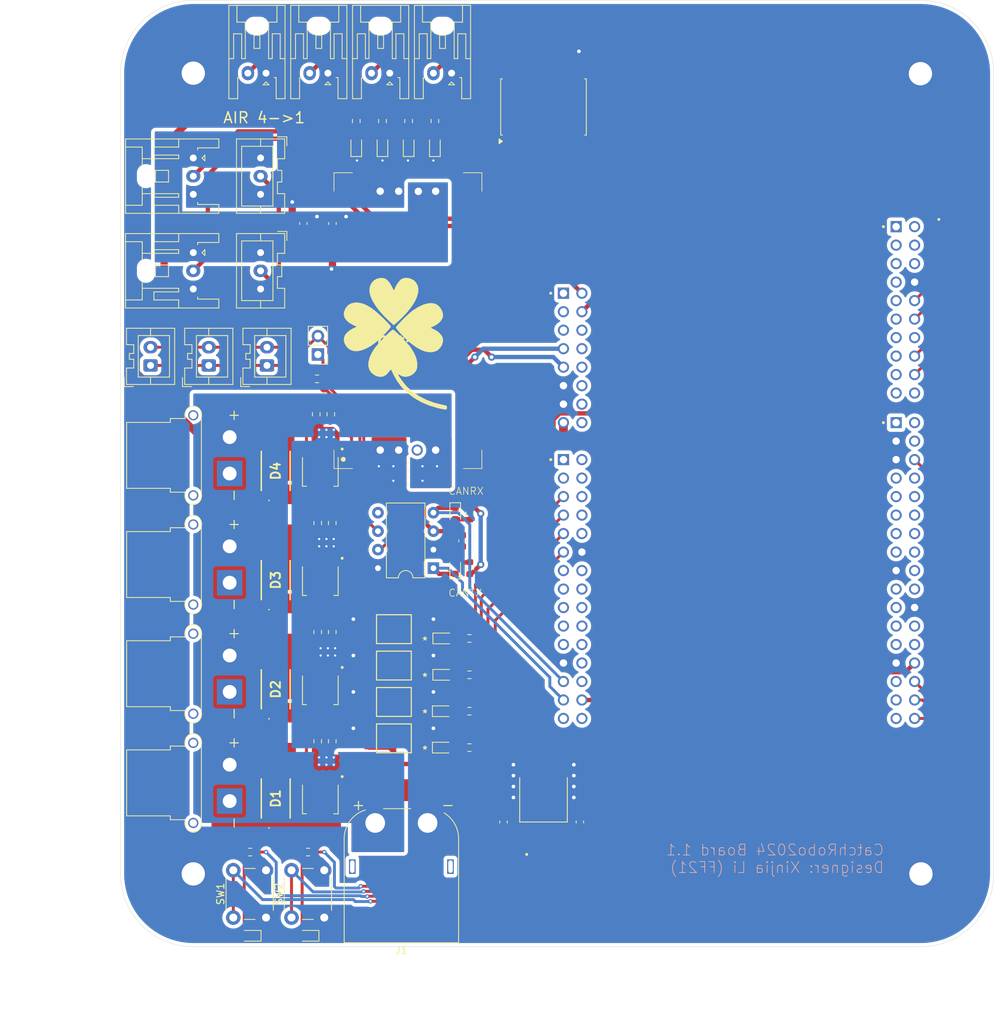
<source format=kicad_pcb>
(kicad_pcb (version 20240108) (generator "pcbnew") (generator_version "8.0")
  (title_block (title "Nucleo F767 Base Board") (date "2024-07-25") (rev "v1.0"))
  (layers (0 "F.Cu" signal) (31 "B.Cu" signal) (34 "B.Paste" user) (35 "F.Paste" user) (36 "B.SilkS" user "B.Silkscreen") (37 "F.SilkS" user "F.Silkscreen") (38 "B.Mask" user) (39 "F.Mask" user) (44 "Edge.Cuts" user))
  (net 0 "")
  (net 1 "GND")
  (net 24 "+9V")
  (net 69 "VDD")
  (net 70 "+5V")
  (net 71 "MOS_IN1")
  (net 72 "MOS_IN2")
  (net 73 "MOS_IN3")
  (net 74 "CANTX")
  (net 75 "CANRX")
  (net 76 "Net-(Q1-G)")
  (net 77 "Net-(Q2-G)")
  (net 78 "Net-(Q3-G)")
  (net 79 "Net-(Q4-G)")
  (net 80 "AIRIN4")
  (net 81 "CANH")
  (net 82 "AIROUT3")
  (net 84 "AIRIN2")
  (net 85 "AIRIN3")
  (net 86 "CANL")
  (net 87 "AIRIN1")
  (net 88 "AIROUT1")
  (net 90 "AIROUT2")
  (net 93 "+5VP")
  (net 94 "Net-(D1-A)")
  (net 95 "Net-(D2-A)")
  (net 96 "Net-(D3-A)")
  (net 97 "Net-(D4-A)")
  (net 98 "AIROUT4")
  (net 99 "PWM1")
  (net 105 "Net-(D7-A)")
  (net 106 "Net-(D8-A)")
  (net 108 "Net-(D5-A)")
  (net 109 "Net-(D6-A)")
  (net 110 "MOS_IN4")
  (net 111 "LED1")
  (net 112 "LED2")
  (net 113 "SW1")
  (net 114 "SW2")
  (net 115 "Net-(D9-A)")
  (net 116 "Net-(D10-A)")
  (net 117 "Net-(D11-A)")
  (net 118 "Net-(D12-A)")
  (net 119 "Net-(D13-A)")
  (net 120 "Net-(D14-A)")
  (net 121 "Net-(D15-A)")
  (net 122 "Net-(D16-A)")
  (net 123 "Net-(J2-Pin_1)")
  (net 124 "PWM2")
  (net 125 "Net-(IC1-Vo)")
  (net 126 "Net-(IC2-Vo)")
  (net 127 "Net-(IC3-Vo)")
  (net 128 "Net-(IC4-Vo)")
  (net 129 "+3.3V")
  (net 130 "PWM3")
  (net 132 "PWM4")
  (footprint "Resistor_SMD:R_0603_1608Metric" (layer "F.Cu") (at 77.955 127.65 180)
    (property "Reference" "R16" (hide yes))
    (property "Value" "1k")
  )
  (footprint "Package_DIP:DIP-8_W7.62mm" (layer "F.Cu") (at 73 108 180)
    (property "Reference" "U6" (hide yes))
    (property "Value" "MCP2551-I-P")
  )
  (footprint "TLP152:5PIN_SO6_TOS" (layer "F.Cu") (at 67.5717 116.38 180)
    (property "Reference" "IC4" (hide yes))
    (property "Value" "TLP152" (hide yes))
  )
  (footprint "Connector_JST:JST_XA_B03B-XASK-1_1x03_P2.50mm_Vertical" (layer "F.Cu") (at 49.25 64.65 -90)
    (property "Reference" "J20" (hide yes))
    (property "Value" "Conn_01x03_Pin" (hide yes))
  )
  (footprint "Resistor_SMD:R_0603_1608Metric" (layer "F.Cu") (at 78 100.5 -90)
    (property "Reference" "R22" (hide yes))
    (property "Value" "1k")
  )
  (footprint "Connector_JST:JST_XA_S02B-XASK-1_1x02_P2.50mm_Horizontal" (layer "F.Cu") (at 50 40 180)
    (property "Reference" "J17" (hide yes))
    (property "Value" "Conn_01x02_Pin" (hide yes))
  )
  (footprint "Connector_JST:JST_XA_B03B-XASK-1_1x03_P2.50mm_Vertical" (layer "F.Cu") (at 49.25 51.65 -90)
    (property "Reference" "J21" (hide yes))
    (property "Value" "Conn_01x03_Pin" (hide yes))
  )
  (footprint "LED_SMD:LED_0603_1608Metric" (layer "F.Cu") (at 76 108 90)
    (property "Reference" "D7" (hide yes))
    (property "Value" "LED" (hide yes))
  )
  (footprint "Connector_JST:JST_XA_S03B-XASK-1_1x03_P2.50mm_Horizontal" (layer "F.Cu") (at 40 51.65 -90)
    (property "Reference" "J24" (hide yes))
    (property "Value" "Conn_01x03_Pin" (hide yes))
  )
  (footprint "MC78M09CDTRKG:VREG_MC78M09CDTRKG" (layer "F.Cu") (at 88.13 140.65 90)
    (property "Reference" "U1" (hide yes))
    (property "Value" "MC78M09CDTRKG" (hide yes))
  )
  (footprint "Connector_JST:JST_XA_B02B-XASK-1_1x02_P2.50mm_Vertical" (layer "F.Cu") (at 50.13 80.15 90)
    (property "Reference" "J3" (hide yes))
    (property "Value" "Conn_01x02_Pin" (hide yes))
  )
  (footprint "Capacitor_SMD:C_0603_1608Metric" (layer "F.Cu") (at 82.63 142.875 90)
    (property "Reference" "C2" (hide yes))
    (property "Value" "10u")
  )
  (footprint "LED_SMD:LED_0603_1608Metric" (layer "F.Cu") (at 74.4175 117.65)
    (property "Reference" "D16" (hide yes))
    (property "Value" "LED" (hide yes))
  )
  (footprint "Resistor_SMD:R_0603_1608Metric" (layer "F.Cu") (at 58.9 86.8625 90)
    (property "Reference" "R7" (hide yes))
    (property "Value" "10")
  )
  (footprint "Resistor_SMD:R_0603_1608Metric" (layer "F.Cu") (at 77.955 132.65 180)
    (property "Reference" "R15" (hide yes))
    (property "Value" "1k")
  )
  (footprint "MOSFET:DPAK127P_600X120-5N" (layer "F.Cu") (at 57.46 94.638 180)
    (property "Reference" "Q4" (hide yes))
    (property "Value" "RS6G120BGTB1" (hide yes))
  )
  (footprint "TLP152:5PIN_SO6_TOS" (layer "F.Cu") (at 67.5717 126.38 180)
    (property "Reference" "IC2" (hide yes))
    (property "Value" "TLP152" (hide yes))
  )
  (footprint "Capacitor_SMD:C_0603_1608Metric" (layer "F.Cu") (at 93.13 142.875 90)
    (property "Reference" "C1" (hide yes))
    (property "Value" "10u")
  )
  (footprint "LED_SMD:LED_0603_1608Metric" (layer "F.Cu") (at 74.3425 127.65)
    (property "Reference" "D14" (hide yes))
    (property "Value" "LED" (hide yes))
  )
  (footprint "LED_SMD:LED_0603_1608Metric" (layer "F.Cu") (at 74.3425 132.65)
    (property "Reference" "D13" (hide yes))
    (property "Value" "LED" (hide yes))
  )
  (footprint "Resistor_SMD:R_0603_1608Metric" (layer "F.Cu") (at 77.955 117.65 180)
    (property "Reference" "R18" (hide yes))
    (property "Value" "1k")
  )
  (footprint "Connector_AMASS:AMASS_XT30PW-F_1x02_P2.50mm_Horizontal" (layer "F.Cu") (at 45 110 90)
    (property "Reference" "J6" (hide yes))
    (property "Value" "Conn_01x02_Pin" (hide yes))
  )
  (footprint "Resistor_SMD:R_0603_1608Metric" (layer "F.Cu") (at 59.1 101.8 90)
    (property "Reference" "R5" (hide yes))
    (property "Value" "10")
  )
  (footprint "Resistor_SMD:R_0603_1608Metric" (layer "F.Cu") (at 69.6 46.575 -90)
    (property "Reference" "R23" (hide yes))
    (property "Value" "1k")
  )
  (footprint "PDS540:PDS54013" (layer "F.Cu") (at 51.33 109.638 90)
    (property "Reference" "D3")
    (property "Value" "D" (hide yes))
  )
  (footprint "LED_SMD:LED_0603_1608Metric" (layer "F.Cu") (at 55.7875 158.5 180)
    (property "Reference" "D6" (hide yes))
    (property "Value" "LED" (hide yes))
  )
  (footprint "Capacitor_SMD:C_0603_1608Metric" (layer "F.Cu") (at 59.13 60.65 -90)
    (property "Reference" "C8" (hide yes))
    (property "Value" "10u")
  )
  (footprint "Button_Switch_THT:SW_PUSH_6mm" (layer "F.Cu") (at 53.5 156 90)
    (property "Reference" "SW2")
    (property "Value" "SW_Push" (hide yes))
  )
  (footprint "Resistor_SMD:R_0603_1608Metric" (layer "F.Cu") (at 57.1 116.775 -90)
    (property "Reference" "R4" (hide yes))
    (property "Value" "10k")
  )
  (footprint "MOSFET:DPAK127P_600X120-5N" (layer "F.Cu") (at 57.46 124.638 180)
    (property "Reference" "Q2" (hide yes))
    (property "Value" "RS6G120BGTB1" (hide yes))
  )
  (footprint "Resistor_SMD:R_0603_1608Metric" (layer "F.Cu") (at 62.4 46.575 -90)
    (property "Reference" "R25" (hide yes))
    (property "Value" "1k")
  )
  (footprint "LED_SMD:LED_0603_1608Metric" (layer "F.Cu") (at 47.825 158.5 180)
    (property "Reference" "D5" (hide yes))
    (property "Value" "LED" (hide yes))
  )
  (footprint "Connector_PinHeader_2.54mm:PinHeader_1x02_P2.54mm_Vertical" (layer "F.Cu") (at 57.13 78.65 180)
    (property "Reference" "J2" (hide yes))
    (property "Value" "Conn_01x02_Pin" (hide yes))
  )
  (footprint "Connector_AMASS:AMASS_XT30PW-F_1x02_P2.50mm_Horizontal" (layer "F.Cu") (at 45 95 90)
    (property "Reference" "J7" (hide yes))
    (property "Value" "Conn_01x02_Pin" (hide yes))
  )
  (footprint "nucleo-f767:ST_NUCLEO-F767ZI" (layer "F.Cu") (at 115 95)
    (property "Reference" "A1" (hide yes))
    (property "Value" "NUCLEO-F767ZI" (hide yes))
  )
  (footprint "library:icon" (layer "F.Cu") (at 67.75 77)
    (property "Reference" "G***")
    (property "Value" "LOGO" (hide yes))
  )
  (footprint "Resistor_SMD:R_0603_1608Metric" (layer "F.Cu") (at 57.1 131.775 -90)
    (property "Reference" "R2" (hide yes))
    (property "Value" "10k")
  )
  (footprint "LED_SMD:LED_0603_1608Metric" (layer "F.Cu") (at 69.6 49.9725 90)
    (property "Reference" "D10" (hide yes))
    (property "Value" "LED" (hide yes))
  )
  (footprint "Resistor_SMD:R_0603_1608Metric" (layer "F.Cu") (at 55.7875 147 180)
    (property "Reference" "R19" (hide yes))
    (property "Value" "1k")
  )
  (footprint "Button_Switch_THT:SW_PUSH_6mm" (layer "F.Cu") (at 45.5 156 90)
    (property "Reference" "SW1")
    (property "Value" "SW_Push" (hide yes))
  )
  (footprint "Capacitor_SMD:C_0603_1608Metric" (layer "F.Cu") (at 69.5 96 180)
    (property "Reference" "C5" (hide yes))
    (property "Value" "10u")
  )
  (footprint "Resistor_SMD:R_0603_1608Metric" (layer "F.Cu") (at 57.1 101.8 -90)
    (property "Reference" "R6" (hide yes))
    (property "Value" "10k")
  )
  (footprint "TPS5450-module:TPS5450-module" (layer "F.Cu") (at 69.5 74 90)
    (property "Reference" "U5" (hide yes))
    (property "Value" "TPS5450")
  )
  (footprint "TLP152:5PIN_SO6_TOS" (layer "F.Cu") (at 67.5717 121.38 180)
    (property "Reference" "IC3" (hide yes))
    (property "Value" "TLP152" (hide yes))
  )
  (footprint "Connector_JST:JST_XA_S02B-XASK-1_1x02_P2.50mm_Horizontal" (layer "F.Cu") (at 58.5 40 180)
    (property "Reference" "J16" (hide yes))
    (property "Value" "Conn_01x02_Pin" (hide yes))
  )
  (footprint "LED_SMD:LED_0603_1608Metric" (layer "F.Cu") (at 76 100.5 -90)
    (property "Reference" "D8" (hide yes))
    (property "Value" "LED" (hide yes))
  )
  (footprint "Resistor_SMD:R_0603_1608Metric" (layer "F.Cu") (at 66 46.575 -90)
    (property "Reference" "R24" (hide yes))
    (property "Value" "1k")
  )
  (footprint "LED_SMD:LED_0603_1608Metric" (layer "F.Cu") (at 66 49.9725 90)
    (property "Reference" "D11" (hide yes))
    (property "Value" "LED" (hide yes))
  )
  (footprint "Connector_JST:JST_XA_S02B-XASK-1_1x02_P2.50mm_Horizontal" (layer "F.Cu") (at 75.5 40 180)
    (property "Reference" "J14" (hide yes))
    (property "Value" "Conn_01x02_Pin" (hide yes))
  )
  (footprint "LED_SMD:LED_0603_1608Metric" (layer "F.Cu") (at 73.2 49.9725 90)
    (property "Reference" "D9" (hide yes))
    (property "Value" "LED" (hide yes))
  )
  (footprint "Resistor_SMD:R_0603_1608Metric" (layer "F.Cu") (at 47.825 147 180)
    (property "Reference" "R9" (hide yes))
    (property "Value" "1k")
  )
  (footprint "MOSFET:DPAK127P_600X120-5N" (layer "F.Cu") (at 57.46 139.638 180)
    (property "Reference" "Q1" (hide yes))
    (property "Value" "RS6G120BGTB1" (hide yes))
  )
  (footprint "LED_SMD:LED_0603_1608Metric" (layer "F.Cu") (at 62.4 49.9725 90)
    (property "Reference" "D12" (hide yes))
    (property "Value" "LED" (hide yes))
  )
  (footprint "Resistor_SMD:R_0603_1608Metric" (layer "F.Cu") (at 78 108 90)
    (property "Reference" "R21" (hide yes))
    (property "Value" "1k")
  )
  (footprint "Resistor_SMD:R_0603_1608Metric" (layer "F.Cu") (at 73.2 46.575 -90)
    (property "Reference" "R20" (hide yes))
    (property "Value" "1k")
  )
  (footprint "Connector_JST:JST_XA_S02B-XASK-1_1x02_P2.50mm_Horizontal" (layer "F.Cu") (at 67 40 180)
    (property "Reference" "J15" (hide yes))
    (property "Value" "Conn_01x02_Pin" (hide yes))
  )
  (footprint "PDS540:PDS54013" (layer "F.Cu") (at 51.33 94.638 90)
    (property "Reference" "D4")
    (property "Value" "D" (hide yes))
  )
  (footprint "Capacitor_SMD:C_0603_1608Metric" (layer "F.Cu") (at 55.13 60.65 -90)
    (property "Reference" "C7" (hide yes))
    (property "Value" "0.1u")
  )
  (footprint "Resistor_SMD:R_0603_1608Metric" (layer "F.Cu") (at 56.9 86.8625 -90)
    (property "Reference" "R8" (hide yes))
    (property "Value" "10k")
  )
  (footprint "Connector_AMASS:AMASS_XT30PW-F_1x02_P2.50mm_Horizontal" (layer "F.Cu") (at 45 125 90)
    (property "Reference" "J5" (hide yes))
    (property "Value" "Conn_01x02_Pin" (hide yes))
  )
  (footprint "Resistor_SMD:R_0603_1608Metric" (layer "F.Cu") (at 59.1 131.775 90)
    (property "Reference" "R1" (hide yes))
    (property "Value" "10")
  )
  (footprint "Capacitor_SMD:C_0603_1608Metric" (layer "F.Cu") (at 69.5 94 180)
    (property "Reference" "C6" (hide yes))
    (property "Value" "0.1u")
  )
  (footprint "TLP152:5PIN_SO6_TOS" (layer "F.Cu") (at 67.5717 131.38 180)
    (property "Reference" "IC1" (hide yes))
    (property "Value" "TLP152" (hide yes))
  )
  (footprint "PDS540:PDS54013" (layer "F.Cu") (at 51.33 139.638 90)
    (property "Reference" "D1")
    (property "Value" "D" (hide yes))
  )
  (footprint "Resistor_SMD:R_0603_1608Metric" (layer "F.Cu") (at 57 82 180)
    (property "Reference" "R10" (hide yes))
    (property "Value" "120")
  )
  (footprint "Capacitor_SMD:C_0603_1608Metric" (layer "F.Cu") (at 77 104.25 -90)
    (property "Reference" "C3" (hide yes))
    (property "Value" "0.1u")
  )
  (footprint "Resistor_SMD:R_0603_1608Metric" (layer "F.Cu") (at 77.955 122.65 180)
    (property "Reference" "R17" (hide yes))
    (property "Value" "1k")
  )
  (footprint "Connector_JST:JST_XA_S03B-XASK-1_1x03_P2.50mm_Horizontal" (layer "F.Cu") (at 40 64.65 -90)
    (property "Reference" "J25" (hide yes))
    (property "Value" "Conn_01x03_Pin" (hide yes))
  )
  (footprint "Connector_AMASS:AMASS_XT30PW-F_1x02_P2.50mm_Horizontal" (layer "F.Cu") (at 45 140 90)
    (property "Reference" "J4" (hide yes))
    (property "Value" "Conn_01x02_Pin" (hide yes))
  )
  (footprint "PDS540:PDS54013" (layer "F.Cu") (at 51.33 124.638 90)
    (property "Reference" "D2")
    (property "Value" "D" (hide yes))
  )
  (footprint "Connector_AMASS:AMASS_XT60PW-M_1x02_P7.20mm_Horizontal" (layer "F.Cu") (at 72.2 143 180)
    (property "Reference" "J1")
    (property "Value" "Conn_01x02_Pin" (hide yes))
  )
  (footprint "Connector_JST:JST_XA_B02B-XASK-1_1x02_P2.50mm_Vertical" (layer "F.Cu") (at 34.13 80.15 90)
    (property "Reference" "J8" (hide yes))
    (property "Value" "Conn_01x02_Pin" (hide yes))
  )
  (footprint "Connector_JST:JST_XA_B02B-XASK-1_1x02_P2.50mm_Vertical" (layer "F.Cu") (at 42.13 80.15 90)
    (property "Reference" "J9" (hide yes))
    (property "Value" "Conn_01x02_Pin" (hide yes))
  )
  (footprint "LED_SMD:LED_0603_1608Metric" (layer "F.Cu") (at 74.4175 122.65)
    (property "Reference" "D15" (hide yes))
    (property "Value" "LED" (hide yes))
  )
  (footprint "Package_SO:SOIC-18W_7.5x11.6mm_P1.27mm" (layer "F.Cu") (at 88.13 44.65 90)
    (property "Reference" "U4" (hide yes))
    (property "Value" "TBD62783A")
  )
  (footprint "Resistor_SMD:R_0603_1608Metric" (layer "F.Cu") (at 59.1 116.775 90)
    (property "Reference" "R3" (hide yes))
    (property "Value" "10")
  )
  (footprint "MOSFET:DPAK127P_600X120-5N" (layer "F.Cu") (at 57.46 109.638 180)
    (property "Reference" "Q3" (hide yes))
    (property "Value" "RS6G120BGTB1" (hide yes))
  )
  (gr_line (start 150 150) (end 150 40) (stroke (width 0.05)) (layer "Edge.Cuts"))
  (gr_arc (start 150 150) (mid 147.071068 157.071068) (end 140 160) (stroke (width 0.05)) (layer "Edge.Cuts"))
  (gr_arc (start 140 30) (mid 147.071068 32.928932) (end 150 40) (stroke (width 0.05)) (layer "Edge.Cuts"))
  (gr_line (start 30 40) (end 30 150) (stroke (width 0.05)) (layer "Edge.Cuts"))
  (gr_arc (start 30 40) (mid 32.928932 32.928932) (end 40 30) (stroke (width 0.05)) (layer "Edge.Cuts"))
  (gr_arc (start 40 160) (mid 32.928932 157.071068) (end 30 150) (stroke (width 0.05)) (layer "Edge.Cuts"))
  (gr_line (start 40 160) (end 140 160) (stroke (width 0.05)) (layer "Edge.Cuts"))
  (gr_line (start 140 30) (end 40 30) (stroke (width 0.05)) (layer "Edge.Cuts"))
  (gr_text "CatchRobo2024 Board 1.1\nDesigner: Xinjia Li (FF21)" (at 135 150 0) (layer "B.SilkS") (effects (font (size 1.5 1.5) (thickness 0.1)) (justify left bottom mirror)))
  (gr_text "CANRX" (at 75 98 0) (layer "F.SilkS") (effects (font (size 1 1) (thickness 0.1)) (justify left bottom)))
  (gr_text "AIR 4->1" (at 44 47 0) (layer "F.SilkS") (effects (font (size 1.5 1.5) (thickness 0.2) (bold yes)) (justify left bottom)))
  (gr_text "CANTX" (at 75 112 0) (layer "F.SilkS") (effects (font (size 1 1) (thickness 0.1)) (justify left bottom)))
  (segment (start 73.63 115.63) (end 73 115) (width 0.4) (layer "F.Cu") (net 1))
  (segment (start 55.13 61.425) (end 54.655 61.425) (width 1) (layer "F.Cu") (net 1))
  (segment (start 73.555 130.555) (end 73 130) (width 0.4) (layer "F.Cu") (net 1))
  (segment (start 62.11 125.11) (end 62 125) (width 0.6) (layer "F.Cu") (net 1))
  (segment (start 73.555 125.555) (end 73 125) (width 0.4) (layer "F.Cu") (net 1))
  (segment (start 64.13 130.11) (end 62.11 130.11) (width 0.6) (layer "F.Cu") (net 1))
  (segment (start 48.6125 157.3875) (end 48.6125 158.5) (width 0.6) (layer "F.Cu") (net 1))
  (segment (start 62.11 120.11) (end 62 120) (width 0.6) (layer "F.Cu") (net 1))
  (segment (start 73.555 132.65) (end 73.555 130.555) (width 0.4) (layer "F.Cu") (net 1))
  (segment (start 59.13 66.77) (end 59 66.9) (width 1) (layer "F.Cu") (net 1))
  (segment (start 62.4 50.76) (end 62.4 51.9) (width 0.4) (layer "F.Cu") (net 1))
  (segment (start 73 105.46) (end 76.565 105.46) (width 0.6) (layer "F.Cu") (net 1))
  (segment (start 93.21 37.21) (end 93 37) (width 0.6) (layer "F.Cu") (net 1))
  (segment (start 62.11 115.11) (end 62 115) (width 0.6) (layer "F.Cu") (net 1))
  (segment (start 64.13 120.11) (end 62.11 120.11) (width 0.6) (layer "F.Cu") (net 1))
  (segment (start 93.21 40) (end 93.21 37.21) (width 0.6) (layer "F.Cu") (net 1))
  (segment (start 54.655 61.425) (end 53.6 60.37) (width 1) (layer "F.Cu") (net 1))
  (segment (start 72.89 130.11) (end 73 130) (width 0.6) (layer "F.Cu") (net 1))
  (segment (start 73.2 51.8) (end 73 52) (width 0.4) (layer "F.Cu") (net 1))
  (segment (start 72.89 125.11) (end 73 125) (width 0.6) (layer "F.Cu") (net 1))
  (segment (start 53.65 57.65) (end 53.6 57.7) (width 0.4) (layer "F.Cu") (net 1))
  (segment (start 69.6 51.9) (end 69.5 52) (width 0.4) (layer "F.Cu") (net 1))
  (segment (start 93.13 140.33) (end 92.3 139.5) (width 0.6) (layer "F.Cu") (net 1))
  (segment (start 62.11 130.11) (end 62 130) (width 0.6) (layer "F.Cu") (net 1))
  (segment (start 71.0134 130.11) (end 72.89 130.11) (width 0.6) (layer "F.Cu") (net 1))
  (segment (start 71.0134 125.11) (end 72.89 125.11) (width 0.6) (layer "F.Cu") (net 1))
  (segment (start 73.63 122.65) (end 73.63 120.63) (width 0.4) (layer "F.Cu") (net 1))
  (segment (start 73.555 127.65) (end 73.555 125.555) (width 0.4) (layer "F.Cu") (net 1))
  (segment (start 73.2 50.76) (end 73.2 51.8) (width 0.4) (layer "F.Cu") (net 1))
  (segment (start 64.13 115.11) (end 62.11 115.11) (width 0.6) (layer "F.Cu") (net 1))
  (segment (start 82.63 142.1) (end 82.63 140.87) (width 0.6) (layer "F.Cu") (net 1))
  (segment (start 76.565 105.46) (end 77 105.025) (width 0.6) (layer "F.Cu") (net 1))
  (segment (start 48.6125 157.3875) (end 50 156) (width 0.6) (layer "F.Cu") (net 1))
  (segment (start 72.89 120.11) (end 73 120) (width 0.6) (layer "F.Cu") (net 1))
  (segment (start 56.575 157.425) (end 58 156) (width 0.6) (layer "F.Cu") (net 1))
  (segment (start 71.0134 120.11) (end 72.89 120.11) (width 0.6) (layer "F.Cu") (net 1))
  (segment (start 71.0134 115.11) (end 72.89 115.11) (width 0.6) (layer "F.Cu") (net 1))
  (segment (start 59.13 61.425) (end 59.13 66.77) (width 1) (layer "F.Cu") (net 1))
  (segment (start 66 50.76) (end 66 52) (width 0.4) (layer "F.Cu") (net 1))
  (segment (start 62.4 51.9) (end 62.5 52) (width 0.4) (layer "F.Cu") (net 1))
  (segment (start 56.575 157.425) (end 56.575 158.5) (width 0.6) (layer "F.Cu") (net 1))
  (segment (start 73.63 120.63) (end 73 120) (width 0.4) (layer "F.Cu") (net 1))
  (segment (start 73.63 117.65) (end 73.63 115.63) (width 0.4) (layer "F.Cu") (net 1))
  (segment (start 82.63 140.87) (end 84 139.5) (width 0.6) (layer "F.Cu") (net 1))
  (segment (start 72.89 115.11) (end 73 115) (width 0.6) (layer "F.Cu") (net 1))
  (segment (start 69.6 50.76) (end 69.6 51.9) (width 0.4) (layer "F.Cu") (net 1))
  (segment (start 64.13 125.11) (end 62.11 125.11) (width 0.6) (layer "F.Cu") (net 1))
  (segment (start 93.13 142.1) (end 93.13 140.33) (width 0.6) (layer "F.Cu") (net 1))
  (segment (start 53.6 60.37) (end 53.6 57.7) (width 1) (layer "F.Cu") (net 1))
  (via (at 67.5 94) (size 0.6) (drill 0.3) (layers "F.Cu" "B.Cu") (net 1))
  (via (at 40 150) (size 0.6) (drill 0.3) (layers "F.Cu" "B.Cu") (net 1))
  (via (at 59.3 105) (size 0.6) (drill 0.3) (layers "F.Cu" "B.Cu") (net 1))
  (via (at 62 115) (size 1) (drill 0.5) (layers "F.Cu" "B.Cu") (net 1))
  (via (at 58.3 104) (size 0.6) (drill 0.3) (layers "F.Cu" "B.Cu") (net 1))
  (via (at 59.3 90) (size 0.6) (drill 0.3) (layers "F.Cu" "B.Cu") (net 1))
  (via (at 140 150) (size 6) (drill 3.2) (layers "F.Cu" "B.Cu") (net 1))
  (via (at 59.3 134) (size 0.6) (drill 0.3) (layers "F.Cu" "B.Cu") (net 1))
  (via (at 84 138) (size 1) (drill 0.5) (layers "F.Cu" "B.Cu") (net 1))
  (via (at 92.3 136.5) (size 1) (drill 0.5) (layers "F.Cu" "B.Cu") (net 1))
  (via (at 139.928932 40.071068) (size 6) (drill 3.2) (layers "F.Cu" "B.Cu") (net 1))
  (via (at 58.5 119) (size 0.6) (drill 0.3) (layers "F.Cu" "B.Cu") (net 1))
  (via (at 59.3 89) (size 0.6) (drill 0.3) (layers "F.Cu" "B.Cu") (net 1))
  (via (at 53.6 57.7) (size 1) (drill 0.5) (layers "F.Cu" "B.Cu") (net 1))
  (via (at 59 66.9) (size 1) (drill 0.5) (layers "F.Cu" "B.Cu") (net 1))
  (via (at 59.3 104) (size 0.6) (drill 0.3) (layers "F.Cu" "B.Cu") (net 1))
  (via (at 40 40) (size 6) (drill 3.2) (layers "F.Cu" "B.Cu") (net 1))
  (via (at 92.3 139.5) (size 1) (drill 0.5) (layers "F.Cu" "B.Cu") (net 1))
  (via (at 58.3 134) (size 0.6) (drill 0.3) (layers "F.Cu" "B.Cu") (net 1))
  (via (at 59.3 135) (size 0.6) (drill 0.3) (layers "F.Cu" "B.Cu") (net 1))
  (via (at 73 130) (size 1) (drill 0.5) (layers "F.Cu" "B.Cu") (net 1))
  (via (at 57.5 119) (size 0.6) (drill 0.3) (layers "F.Cu" "B.Cu") (net 1))
  (via (at 73 115) (size 1) (drill 0.5) (layers "F.Cu" "B.Cu") (net 1))
  (via (at 58.3 105) (size 0.6) (drill 0.3) (layers "F.Cu" "B.Cu") (net 1))
  (via (at 57.3 89) (size 0.6) (drill 0.3) (layers "F.Cu" "B.Cu") (net 1))
  (via (at 57.3 134) (size 0.6) (drill 0.3) (layers "F.Cu" "B.Cu") (net 1))
  (via (at 84 139.5) (size 1) (drill 0.5) (layers "F.Cu" "B.Cu") (net 1))
  (via (at 58.3 89) (size 0.6) (drill 0.3) (layers "F.Cu" "B.Cu") (net 1))
  (via (at 69.5 52) (size 0.6) (drill 0.3) (layers "F.Cu" "B.Cu") (net 1))
  (via (at 40 40) (size 0.6) (drill 0.3) (layers "F.Cu" "B.Cu") (net 1))
  (via (at 73 120) (size 1) (drill 0.5) (layers "F.Cu" "B.Cu") (net 1))
  (via (at 62 125) (size 1) (drill 0.5) (layers "F.Cu" "B.Cu") (net 1))
  (via (at 62.5 52) (size 0.6) (drill 0.3) (layers "F.Cu" "B.Cu") (net 1))
  (via (at 62 130) (size 1) (drill 0.5) (layers "F.Cu" "B.Cu") (net 1))
  (via (at 57.3 90) (size 0.6) (drill 0.3) (layers "F.Cu" "B.Cu") (net 1))
  (via (at 62 120) (size 1) (drill 0.5) (layers "F.Cu" "B.Cu") (net 1))
  (via (at 58.3 135) (size 0.6) (drill 0.3) (layers "F.Cu" "B.Cu") (net 1))
  (via (at 93 37) (size 1) (drill 0.5) (layers "F.Cu" "B.Cu") (net 1))
  (via (at 65.5 94) (size 0.6) (drill 0.3) (layers "F.Cu" "B.Cu") (net 1))
  (via (at 73 52) (size 0.6) (drill 0.3) (layers "F.Cu" "B.Cu") (net 1))
  (via (at 57.3 105) (size 0.6) (drill 0.3) (layers "F.Cu" "B.Cu") (net 1))
  (via (at 40 150) (size 6) (drill 3.2) (layers "F.Cu" "B.Cu") (net 1))
  (via (at 58.5 120) (size 0.6) (drill 0.3) (layers "F.Cu" "B.Cu") (net 1))
  (via (at 57.3 135) (size 0.6) (drill 0.3) (layers "F.Cu" "B.Cu") (net 1))
  (via (at 58.3 90) (size 0.6) (drill 0.3) (layers "F.Cu" "B.Cu") (net 1))
  (via (at 66 52) (size 0.6) (drill 0.3) (layers "F.Cu" "B.Cu") (net 1))
  (via (at 140 150) (size 0.6) (drill 0.3) (layers "F.Cu" "B.Cu") (net 1))
  (via (at 84 135) (size 1) (drill 0.5) (layers "F.Cu" "B.Cu") (net 1))
  (via (at 84 136.5) (size 1) (drill 0.5) (layers "F.Cu" "B.Cu") (net 1))
  (via (at 73 125) (size 1) (drill 0.5) (layers "F.Cu" "B.Cu") (net 1))
  (via (at 139.928932 40.071068) (size 0.6) (drill 0.3) (layers "F.Cu" "B.Cu") (net 1))
  (via (at 67.5 96) (size 0.6) (drill 0.3) (layers "F.Cu" "B.Cu") (net 1))
  (via (at 57.5 120) (size 0.6) (drill 0.3) (layers "F.Cu" "B.Cu") (net 1))
  (via (at 59.5 119) (size 0.6) (drill 0.3) (layers "F.Cu" "B.Cu") (net 1))
  (via (at 57.3 104) (size 0.6) (drill 0.3) (layers "F.Cu" "B.Cu") (net 1))
  (via (at 59.5 120) (size 0.6) (drill 0.3) (layers "F.Cu" "B.Cu") (net 1))
  (via (at 92.3 138) (size 1) (drill 0.5) (layers "F.Cu" "B.Cu") (net 1))
  (via (at 92.3 135) (size 1) (drill 0.5) (layers "F.Cu" "B.Cu") (net 1))
  (segment (start 94.35 143.65) (end 93.13 143.65) (width 0.6) (layer "F.Cu") (net 24))
  (segment (start 67.6 134) (end 68.5 134.9) (width 0.6) (layer "F.Cu") (net 24))
  (segment (start 67.6 128.6) (end 67.6 133.3) (width 0.6) (layer "F.Cu") (net 24))
  (segment (start 66.95 132.65) (end 67.6 133.3) (width 0.6) (layer "F.Cu") (net 24))
  (segment (start 95 143) (end 94.35 143.65) (width 0.6) (layer "F.Cu") (net 24))
  (segment (start 97.37 89.87) (end 100 92.5) (width 1.2) (layer "F.Cu") (net 24))
  (segment (start 68.5 134.9) (end 80.1 134.9) (width 0.6) (layer "F.Cu") (net 24))
  (segment (start 95 134.9) (end 95 143) (width 0.6) (layer "F.Cu") (net 24))
  (segment (start 64.13 117.65) (end 66.25 117.65) (width 0.6) (layer "F.Cu") (net 24))
  (segment (start 93.13 143.65) (end 91.81 143.65) (width 0.6) (layer "F.Cu") (net 24))
  (segment (start 64.13 127.65) (end 66.65 127.65) (width 0.6) (layer "F.Cu") (net 24))
  (segment (start 80.1 134.9) (end 82 133) (width 0.6) (layer "F.Cu") (net 24))
  (segment (start 66.85 122.65) (end 67.6 123.4) (width 0.6) (layer "F.Cu") (net 24))
  (segment (start 90.42 145.04) (end 90.63 144.83) (width 0.6) (layer "F.Cu") (net 24))
  (segment (start 66.65 127.65) (end 67.6 128.6) (width 0.6) (layer "F.Cu") (net 24))
  (segment (start 64.13 122.65) (end 66.85 122.65) (width 0.6) (layer "F.Cu") (net 24))
  (segment (start 66.25 117.65) (end 67.6 119) (width 0.6) (layer "F.Cu") (net 24))
  (segment (start 67.6 119) (end 67.6 123.4) (width 0.6) (layer "F.Cu") (net 24))
  (segment (start 67.6 133.3) (end 67.6 134) (width 0.6) (layer "F.Cu") (net 24))
  (segment (start 67.6 123.4) (end 67.6 128.6) (width 0.6) (layer "F.Cu") (net 24))
  (segment (start 82 133) (end 93.1 133) (width 0.6) (layer "F.Cu") (net 24))
  (segment (start 93.1 133) (end 95 134.9) (width 0.6) (layer "F.Cu") (net 24))
  (segment (start 95.96 145.04) (end 90.42 145.04) (width 1.2) (layer "F.Cu") (net 24))
  (segment (start 91.81 143.65) (end 90.42 145.04) (width 0.6) (layer "F.Cu") (net 24))
  (segment (start 90.87 89.87) (end 97.37 89.87) (width 1.2) (layer "F.Cu") (net 24))
  (segment (start 90.87 88.01) (end 90.87 89.87) (width 1.2) (layer "F.Cu") (net 24))
  (segment (start 100 141) (end 95.96 145.04) (width 1.2) (layer "F.Cu") (net 24))
  (segment (start 64.13 132.65) (end 66.95 132.65) (width 0.6) (layer "F.Cu") (net 24))
  (segment (start 100 92.5) (end 100 141) (width 1.2) (layer "F.Cu") (net 24))
  (segment (start 84.45 143.65) (end 82.63 143.65) (width 0.6) (layer "F.Cu") (net 69))
  (segment (start 36 50) (end 36 71) (width 1) (layer "F.Cu") (net 69))
  (segment (start 43.2 42.8) (end 36 50) (width 1) (layer "F.Cu") (net 69))
  (segment (start 85.84 145.04) (end 84.45 143.65) (width 0.6) (layer "F.Cu") (net 69))
  (segment (start 89.4 42.8) (end 43.2 42.8) (width 1) (layer "F.Cu") (net 69))
  (segment (start 31.7 80.679899) (end 41.020101 90) (width 1) (layer "F.Cu") (net 69))
  (segment (start 41.020101 90) (end 45 90) (width 1) (layer "F.Cu") (net 69))
  (segment (start 93.21 49.3) (end 93.21 46.61) (width 1) (layer "F.Cu") (net 69))
  (segment (start 36 71) (end 31.7 75.3) (width 1) (layer "F.Cu") (net 69))
  (segment (start 31.7 75.3) (end 31.7 80.679899) (width 1) (layer "F.Cu") (net 69))
  (segment (start 93.21 46.61) (end 89.4 42.8) (width 1) (layer "F.Cu") (net 69))
  (via (at 73.5 94) (size 0.6) (drill 0.3) (layers "F.Cu" "B.Cu") (net 69))
  (via (at 71.5 94) (size 0.6) (drill 0.3) (layers "F.Cu" "B.Cu") (net 69))
  (via (at 71.5 96) (size 0.6) (drill 0.3) (layers "F.Cu" "B.Cu") (net 69))
  (segment (start 78.285786 78) (end 80 78) (width 0.6) (layer "F.Cu") (net 70))
  (segment (start 76.445 102.92) (end 77 103.475) (width 0.6) (layer "F.Cu") (net 70))
  (segment (start 71.7 101.62) (end 71.7 99.3) (width 0.6) (layer "F.Cu") (net 70))
  (segment (start 77 97) (end 77 79.285786) (width 0.6) (layer "F.Cu") (net 70))
  (segment (start 76 98) (end 77 97) (width 0.6) (layer "F.Cu") (net 70))
  (segment (start 73 98) (end 76 98) (width 0.6) (layer "F.Cu") (net 70))
  (segment (start 71.7 99.3) (end 73 98) (width 0.6) (layer "F.Cu") (net 70))
  (segment (start 73 102.92) (end 76.445 102.92) (width 0.6) (layer "F.Cu") (net 70))
  (segment (start 80 78) (end 81 79) (width 0.6) (layer "F.Cu") (net 70))
  (segment (start 73 102.92) (end 71.7 101.62) (width 0.6) (layer "F.Cu") (net 70))
  (segment (start 77 79.285786) (end 78.285786 78) (width 0.6) (layer "F.Cu") (net 70))
  (via (at 81 79) (size 1) (drill 0.5) (layers "F.Cu" "B.Cu") (net 70))
  (segment (start 81 79) (end 89.48 79) (width 0.6) (layer "B.Cu") (net 70))
  (segment (start 89.48 79) (end 90.87 80.39) (width 0.6) (layer "B.Cu") (net 70))
  (segment (start 71.0134 132.65) (end 72.15 132.65) (width 0.4) (layer "F.Cu") (net 71))
  (segment (start 81.5 115.16) (end 90.87 105.79) (width 0.4) (layer "F.Cu") (net 71))
  (segment (start 73.025 133.525) (end 77.905 133.525) (width 0.4) (layer "F.Cu") (net 71))
  (segment (start 81.5 129.93) (end 81.5 115.16) (width 0.4) (layer "F.Cu") (net 71))
  (segment (start 72.15 132.65) (end 73.025 133.525) (width 0.4) (layer "F.Cu") (net 71))
  (segment (start 77.905 133.525) (end 78.78 132.65) (width 0.4) (layer "F.Cu") (net 71))
  (segment (start 78.78 132.65) (end 81.5 129.93) (width 0.4) (layer "F.Cu") (net 71))
  (segment (start 78.78 127.65) (end 80.5 125.93) (width 0.4) (layer "F.Cu") (net 72))
  (segment (start 80.5 125.93) (end 80.5 113.62) (width 0.4) (layer "F.Cu") (net 72))
  (segment (start 72.15 127.65) (end 73.025 128.525) (width 0.4) (layer "F.Cu") (net 72))
  (segment (start 80.5 113.62) (end 90.87 103.25) (width 0.4) (layer "F.Cu") (net 72))
  (segment (start 71.0134 127.65) (end 72.15 127.65) (width 0.4) (layer "F.Cu") (net 72))
  (segment (start 77.905 128.525) (end 78.78 127.65) (width 0.4) (layer "F.Cu") (net 72))
  (segment (start 73.025 128.525) (end 77.905 128.525) (width 0.4) (layer "F.Cu") (net 72))
  (segment (start 73.025 123.525) (end 77.905 123.525) (width 0.4) (layer "F.Cu") (net 73))
  (segment (start 71.0134 122.65) (end 72.15 122.65) (width 0.4) (layer "F.Cu") (net 73))
  (segment (start 79.58 121.85) (end 79.58 112) (width 0.4) (layer "F.Cu") (net 73))
  (segment (start 77.905 123.525) (end 78.78 122.65) (width 0.4) (layer "F.Cu") (net 73))
  (segment (start 79.58 112) (end 90.87 100.71) (width 0.4) (layer "F.Cu") (net 73))
  (segment (start 72.15 122.65) (end 73.025 123.525) (width 0.4) (layer "F.Cu") (net 73))
  (segment (start 78.78 122.65) (end 79.58 121.85) (width 0.4) (layer "F.Cu") (net 73))
  (segment (start 73 108) (end 73.7875 108.7875) (width 0.6) (layer "F.Cu") (net 74))
  (segment (start 73.7875 108.7875) (end 76 108.7875) (width 0.6) (layer "F.Cu") (net 74))
  (segment (start 75 108) (end 73 108) (width 0.4) (layer "B.Cu") (net 74))
  (segment (start 90.87 126.11) (end 89 124.24) (width 0.4) (layer "B.Cu") (net 74))
  (segment (start 89 123) (end 77 111) (width 0.4) (layer "B.Cu") (net 74))
  (segment (start 77 110) (end 75 108) (width 0.4) (layer "B.Cu") (net 74))
  (segment (start 77 111) (end 77 110) (width 0.4) (layer "B.Cu") (net 74))
  (segment (start 89 124.24) (end 89 123) (width 0.4) (layer "B.Cu") (net 74))
  (segment (start 73.6675 99.7125) (end 76 99.7125) (width 0.6) (layer "F.Cu") (net 75))
  (segment (start 73 100.38) (end 73.6675 99.7125) (width 0.6) (layer "F.Cu") (net 75))
  (segment (start 90.87 123.57) (end 78 110.7) (width 0.4) (layer "B.Cu") (net 75))
  (segment (start 78 102) (end 76.38 100.38) (width 0.4) (layer "B.Cu") (net 75))
  (segment (start 76.38 100.38) (end 73 100.38) (width 0.4) (layer "B.Cu") (net 75))
  (segment (start 78 110.7) (end 78 102) (width 0.4) (layer "B.Cu") (net 75))
  (segment (start 57.1 130.95) (end 55.555 132.495) (width 0.4) (layer "F.Cu") (net 76))
  (segment (start 58.965 130.868) (end 59.06 130.963) (width 0.6) (layer "F.Cu") (net 76))
  (segment (start 55.555 132.495) (end 55.555 136.988) (width 0.4) (layer "F.Cu") (net 76))
  (segment (start 58.985 130.888) (end 59.06 130.963) (width 0.6) (layer "F.Cu") (net 76))
  (segment (start 59.1 130.95) (end 57.1 130.95) (width 0.4) (layer "F.Cu") (net 76))
  (segment (start 57.1 115.95) (end 55.555 117.495) (width 0.4) (layer "F.Cu") (net 77))
  (segment (start 55.555 117.495) (end 55.555 121.988) (width 0.4) (layer "F.Cu") (net 77))
  (segment (start 59.1 115.95) (end 57.1 115.95) (width 0.4) (layer "F.Cu") (net 77))
  (segment (start 55.555 102.52) (end 55.555 106.988) (width 0.4) (layer "F.Cu") (net 78))
  (segment (start 57.1 100.975) (end 55.555 102.52) (width 0.4) (layer "F.Cu") (net 78))
  (segment (start 59.1 100.975) (end 57.1 100.975) (width 0.4) (layer "F.Cu") (net 78))
  (segment (start 56.9 86.0375) (end 58.9 86.0375) (width 0.4) (layer "F.Cu") (net 79))
  (segment (start 58.825 85.9625) (end 58.9 86.0375) (width 0.6) (layer "F.Cu") (net 79))
  (segment (start 58.805 85.9425) (end 58.9 86.0375) (width 0.6) (layer "F.Cu") (net 79))
  (segment (start 55.555 87.3825) (end 56.9 86.0375) (width 0.4) (layer "F.Cu") (net 79))
  (segment (start 55.555 91.988) (end 55.555 87.3825) (width 0.4) (layer "F.Cu") (net 79))
  (segment (start 87.560999 43.896) (end 64.254 43.896) (width 0.4) (layer "F.Cu") (net 80))
  (segment (start 64.254 43.896) (end 62.4 45.75) (width 0.4) (layer "F.Cu") (net 80))
  (segment (start 91.94 49.3) (end 91.94 52.94) (width 0.4) (layer "F.Cu") (net 80))
  (segment (start 141 55) (end 144 58) (width 0.4) (layer "F.Cu") (net 80))
  (segment (start 144 58) (end 144 76.536) (width 0.4) (layer "F.Cu") (net 80))
  (segment (start 91.94 52.94) (end 94 55) (width 0.4) (layer "F.Cu") (net 80))
  (segment (start 94 55) (end 141 55) (width 0.4) (layer "F.Cu") (net 80))
  (segment (start 91.94 49.3) (end 91.94 48.275001) (width 0.4) (layer "F.Cu") (net 80))
  (segment (start 91.94 48.275001) (end 87.560999 43.896) (width 0.4) (layer "F.Cu") (net 80))
  (segment (start 144 76.536) (end 139.13 81.406) (width 0.4) (layer "F.Cu") (net 80))
  (segment (start 58.625 77.605) (end 58.625 83.125) (width 0.4) (layer "F.Cu") (net 81))
  (segment (start 63.427 95.28171) (end 67.427 99.281709) (width 0.4) (layer "F.Cu") (net 81))
  (segment (start 42.13 77.65) (end 50.13 77.65) (width 0.4) (layer "F.Cu") (net 81))
  (segment (start 63.427 87.927) (end 63.427 95.28171) (width 0.4) (layer "F.Cu") (net 81))
  (segment (start 55.59 77.65) (end 57.13 76.11) (width 0.4) (layer "F.Cu") (net 81))
  (segment (start 58.625 83.125) (end 63.427 87.927) (width 0.4) (layer "F.Cu") (net 81))
  (segment (start 67.427 103.733) (end 65.51 105.65) (width 0.4) (layer "F.Cu") (net 81))
  (segment (start 34.13 77.65) (end 42.13 77.65) (width 0.4) (layer "F.Cu") (net 81))
  (segment (start 67.427 99.281709) (end 67.427 103.733) (width 0.4) (layer "F.Cu") (net 81))
  (segment (start 57.13 76.11) (end 58.625 77.605) (width 0.4) (layer "F.Cu") (net 81))
  (segment (start 50.13 77.65) (end 55.59 77.65) (width 0.4) (layer "F.Cu") (net 81))
  (segment (start 59.454 36.546) (end 56 40) (width 0.6) (layer "F.Cu") (net 82))
  (segment (start 87.894394 36.546) (end 59.454 36.546) (width 0.6) (layer "F.Cu") (net 82))
  (segment (start 90.67 40) (end 90.67 39.321606) (width 0.6) (layer "F.Cu") (net 82))
  (segment (start 90.67 39.321606) (end 87.894394 36.546) (width 0.6) (layer "F.Cu") (net 82))
  (segment (start 84.32 48.32) (end 80.95 44.95) (width 0.4) (layer "F.Cu") (net 84))
  (segment (start 142 59.627355) (end 142 70.916) (width 0.4) (layer "F.Cu") (net 84))
  (segment (start 90 57) (end 139.372645 57) (width 0.4) (layer "F.Cu") (net 84))
  (segment (start 70.4 44.95) (end 69.6 45.75) (width 0.4) (layer "F.Cu") (net 84))
  (segment (start 84.32 49.3) (end 84.32 51.32) (width 0.4) (layer "F.Cu") (net 84))
  (segment (start 80.95 44.95) (end 70.4 44.95) (width 0.4) (layer "F.Cu") (net 84))
  (segment (start 84.32 49.3) (end 84.32 48.32) (width 0.4) (layer "F.Cu") (net 84))
  (segment (start 139.372645 57) (end 142 59.627355) (width 0.4) (layer "F.Cu") (net 84))
  (segment (start 142 70.916) (end 139.13 73.786) (width 0.4) (layer "F.Cu") (net 84))
  (segment (start 84.32 51.32) (end 90 57) (width 0.4) (layer "F.Cu") (net 84))
  (segment (start 93 56) (end 140 56) (width 0.4) (layer "F.Cu") (net 85))
  (segment (start 140 56) (end 143 59) (width 0.4) (layer "F.Cu") (net 85))
  (segment (start 67.327 44.423) (end 66 45.75) (width 0.4) (layer "F.Cu") (net 85))
  (segment (start 90.67 48.275001) (end 86.817999 44.423) (width 0.4) (layer "F.Cu") (net 85))
  (segment (start 90.67 49.3) (end 90.67 48.275001) (width 0.4) (layer "F.Cu") (net 85))
  (segment (start 143 74.996) (end 139.13 78.866) (width 0.4) (layer "F.Cu") (net 85))
  (segment (start 86.817999 44.423) (end 67.327 44.423) (width 0.4) (layer "F.Cu") (net 85))
  (segment (start 90.67 49.3) (end 90.67 53.67) (width 0.4) (layer "F.Cu") (net 85))
  (segment (start 90.67 53.67) (end 93 56) (width 0.4) (layer "F.Cu") (net 85))
  (segment (start 143 59) (end 143 74.996) (width 0.4) (layer "F.Cu") (net 85))
  (segment (start 56.175 82) (end 57.827 83.652) (width 0.4) (layer "F.Cu") (net 86))
  (segment (start 50.13 80.15) (end 54.325 80.15) (width 0.4) (layer "F.Cu") (net 86))
  (segment (start 34.13 80.15) (end 42.13 80.15) (width 0.4) (layer "F.Cu") (net 86))
  (segment (start 42.13 80.15) (end 50.13 80.15) (width 0.4) (layer "F.Cu") (net 86))
  (segment (start 62.9 100.5) (end 65.51 103.11) (width 0.4) (layer "F.Cu") (net 86))
  (segment (start 54.325 80.15) (end 56.175 82) (width 0.4) (layer "F.Cu") (net 86))
  (segment (start 57.827 83.652) (end 58.406709 83.652) (width 0.4) (layer "F.Cu") (net 86))
  (segment (start 62.9 88.14529) (end 62.9 100.5) (width 0.4) (layer "F.Cu") (net 86))
  (segment (start 58.406709 83.652) (end 62.9 88.14529) (width 0.4) (layer "F.Cu") (net 86))
  (segment (start 80.251999 45.477) (end 73.473 45.477) (width 0.4) (layer "F.Cu") (net 87))
  (segment (start 83.05 49.3) (end 83.05 48.275001) (width 0.4) (layer "F.Cu") (net 87))
  (segment (start 141 69.376) (end 139.13 71.246) (width 0.4) (layer "F.Cu") (net 87))
  (segment (start 83.05 51.5) (end 89.55 58) (width 0.4) (layer "F.Cu") (net 87))
  (segment (start 141 60) (end 141 69.376) (width 0.4) (layer "F.Cu") (net 87))
  (segment (start 83.05 49.3) (end 83.05 51.5) (width 0.4) (layer "F.Cu") (net 87))
  (segment (start 73.473 45.477) (end 73.2 45.75) (width 0.4) (layer "F.Cu") (net 87))
  (segment (start 89.55 58) (end 139 58) (width 0.4) (layer "F.Cu") (net 87))
  (segment (start 83.05 48.275001) (end 80.251999 45.477) (width 0.4) (layer "F.Cu") (net 87))
  (segment (start 139 58) (end 141 60) (width 0.4) (layer "F.Cu") (net 87))
  (segment (start 83.05 40) (end 83.05 39.05) (width 0.6) (layer "F.Cu") (net 88))
  (segment (start 82 38) (end 75 38) (width 0.6) (layer "F.Cu") (net 88))
  (segment (start 83.05 39.05) (end 82 38) (width 0.6) (layer "F.Cu") (net 88))
  (segment (start 75 38) (end 73 40) (width 0.6) (layer "F.Cu") (net 88))
  (segment (start 82.617999 37.273) (end 67.227 37.273) (width 0.6) (layer "F.Cu") (net 90))
  (segment (start 84.32 38.975001) (end 82.617999 37.273) (width 0.6) (layer "F.Cu") (net 90))
  (segment (start 84.32 40) (end 84.32 38.975001) (width 0.6) (layer "F.Cu") (net 90))
  (segment (start 67.227 37.273) (end 64.5 40) (width 0.6) (layer "F.Cu") (net 90))
  (segment (start 60.825 59.875) (end 61 59.7) (width 1) (layer "F.Cu") (net 93))
  (segment (start 55.13 59.875) (end 56.825 59.875) (width 1) (layer "F.Cu") (net 93))
  (segment (start 59.13 59.875) (end 60.825 59.875) (width 1) (layer "F.Cu") (net 93))
  (segment (start 56.825 59.875) (end 57 59.7) (width 1) (layer "F.Cu") (net 93))
  (via (at 61 59.7) (size 1) (drill 0.5) (layers "F.Cu" "B.Cu") (net 93))
  (via (at 57 59.7) (size 1) (drill 0.5) (layers "F.Cu" "B.Cu") (net 93))
  (segment (start 51.681 35.819) (end 47.5 40) (width 0.6) (layer "F.Cu") (net 98))
  (segment (start 91.94 38.975001) (end 88.783999 35.819) (width 0.6) (layer "F.Cu") (net 98))
  (segment (start 91.94 40) (end 91.94 38.975001) (width 0.6) (layer "F.Cu") (net 98))
  (segment (start 88.783999 35.819) (end 51.681 35.819) (width 0.6) (layer "F.Cu") (net 98))
  (segment (start 56.028134 48) (end 62 53.971866) (width 0.6) (layer "F.Cu") (net 99))
  (segment (start 40 54.15) (end 46.15 48) (width 0.6) (layer "F.Cu") (net 99))
  (segment (start 62 57) (end 65 60) (width 0.6) (layer "F.Cu") (net 99))
  (segment (start 101.75 91.75) (end 101.75 119.25) (width 0.6) (layer "F.Cu") (net 99))
  (segment (start 137.865 122.295) (end 139.13 121.03) (width 0.6) (layer "F.Cu") (net 99))
  (segment (start 104.795 122.295) (end 137.865 122.295) (width 0.6) (layer "F.Cu") (net 99))
  (segment (start 99 64) (end 99 89) (width 0.6) (layer "F.Cu") (net 99))
  (segment (start 101.75 119.25) (end 104.795 122.295) (width 0.6) (layer "F.Cu") (net 99))
  (segment (start 99 89) (end 101.75 91.75) (width 0.6) (layer "F.Cu") (net 99))
  (segment (start 95 60) (end 99 64) (width 0.6) (layer "F.Cu") (net 99))
  (segment (start 62 53.971866) (end 62 57) (width 0.6) (layer "F.Cu") (net 99))
  (segment (start 65 60) (end 95 60) (width 0.6) (layer "F.Cu") (net 99))
  (segment (start 46.15 48) (end 56.028134 48) (width 0.6) (layer "F.Cu") (net 99))
  (segment (start 77.9625 107.2125) (end 78 107.175) (width 0.6) (layer "F.Cu") (net 105))
  (segment (start 76 107.2125) (end 77.9625 107.2125) (width 0.6) (layer "F.Cu") (net 105))
  (segment (start 76 101.2875) (end 77.9625 101.2875) (width 0.6) (layer "F.Cu") (net 106))
  (segment (start 77.9625 101.2875) (end 78 101.325) (width 0.6) (layer "F.Cu") (net 106))
  (segment (start 47 158.4625) (end 47.0375 158.5) (width 0.4) (layer "F.Cu") (net 108))
  (segment (start 47 147) (end 47 158.4625) (width 0.4) (layer "F.Cu") (net 108))
  (segment (start 54.9625 147) (end 54.9625 158.4625) (width 0.4) (layer "F.Cu") (net 109))
  (segment (start 54.9625 158.4625) (end 55 158.5) (width 0.4) (layer "F.Cu") (net 109))
  (segment (start 78.78 117.65) (end 78.78 110.26) (width 0.4) (layer "F.Cu") (net 110))
  (segment (start 73.025 118.525) (end 77.905 118.525) (width 0.4) (layer "F.Cu") (net 110))
  (segment (start 72.15 117.65) (end 73.025 118.525) (width 0.4) (layer "F.Cu") (net 110))
  (segment (start 78.78 110.26) (end 90.87 98.17) (width 0.4) (layer "F.Cu") (net 110))
  (segment (start 71.0134 117.65) (end 72.15 117.65) (width 0.4) (layer "F.Cu") (net 110))
  (segment (start 77.905 118.525) (end 78.78 117.65) (width 0.4) (layer "F.Cu") (net 110))
  (segment (start 143.75 128.19) (end 139.13 123.57) (width 0.4) (layer "F.Cu") (net 111))
  (segment (start 48.65 147) (end 50 147) (width 0.4) (layer "F.Cu") (net 111))
  (segment (start 133 136.25) (end 140.5 136.25) (width 0.4) (layer "F.Cu") (net 111))
  (segment (start 140.5 136.25) (end 143.75 133) (width 0.4) (layer "F.Cu") (net 111))
  (segment (start 116.184358 153.065642) (end 133 136.25) (width 0.4) (layer "F.Cu") (net 111))
  (segment (start 63.934358 153.065642) (end 116.184358 153.065642) (width 0.4) (layer "F.Cu") (net 111))
  (segment (start 143.75 133) (end 143.75 128.19) (width 0.4) (layer "F.Cu") (net 111))
  (segment (start 63.9 153.1) (end 63.934358 153.065642) (width 0.4) (layer "F.Cu") (net 111))
  (via (at 63.9 153.1) (size 0.6) (drill 0.3) (layers "F.Cu" "B.Cu") (net 111))
  (via (at 50 147) (size 0.6) (drill 0.3) (layers "F.Cu" "B.Cu") (net 111))
  (segment (start 63.01005 153) (end 63.11005 153.1) (width 0.4) (layer "B.Cu") (net 111))
  (segment (start 51.4 152.4) (end 52 153) (width 0.4) (layer "B.Cu") (net 111))
  (segment (start 51.4 148.4) (end 51.4 152.4) (width 0.4) (layer "B.Cu") (net 111))
  (segment (start 63.11005 153.1) (end 63.9 153.1) (width 0.4) (layer "B.Cu") (net 111))
  (segment (start 50 147) (end 51.4 148.4) (width 0.4) (layer "B.Cu") (net 111))
  (segment (start 52 153) (end 63.01005 153) (width 0.4) (layer "B.Cu") (net 111))
  (segment (start 56.6125 147) (end 58 147) (width 0.4) (layer "F.Cu") (net 112))
  (segment (start 63 151.7) (end 115.55 151.7) (width 0.4) (layer "F.Cu") (net 112))
  (segment (start 141.15 128.65) (end 139.13 128.65) (width 0.4) (layer "F.Cu") (net 112))
  (segment (start 140 134.75) (end 142.25 132.5) (width 0.4) (layer "F.Cu") (net 112))
  (segment (start 132.5 134.75) (end 140 134.75) (width 0.4) (layer "F.Cu") (net 112))
  (segment (start 115.55 151.7) (end 132.5 134.75) (width 0.4) (layer "F.Cu") (net 112))
  (segment (start 142.25 129.75) (end 141.15 128.65) (width 0.4) (layer "F.Cu") (net 112))
  (segment (start 142.25 132.5) (end 142.25 129.75) (width 0.4) (layer "F.Cu") (net 112))
  (via (at 58 147) (size 0.6) (drill 0.3) (layers "F.Cu" "B.Cu") (net 112))
  (via (at 63 151.7) (size 0.6) (drill 0.3) (layers "F.Cu" "B.Cu") (net 112))
  (segment (start 59.4 151.746) (end 59.6 151.946) (width 0.4) (layer "B.Cu") (net 112))
  (segment (start 59.4 148.4) (end 59.4 151.746) (width 0.4) (layer "B.Cu") (net 112))
  (segment (start 62.754 151.946) (end 63 151.7) (width 0.4) (layer "B.Cu") (net 112))
  (segment (start 59.6 151.946) (end 62.754 151.946) (width 0.4) (layer "B.Cu") (net 112))
  (segment (start 58 147) (end 59.4 148.4) (width 0.4) (layer "B.Cu") (net 112))
  (segment (start 64.343761 153.765642) (end 116.484358 153.765642) (width 0.4) (layer "F.Cu") (net 113))
  (segment (start 144.5 133.25) (end 144.5 98.46) (width 0.4) (layer "F.Cu") (net 113))
  (segment (start 144.5 98.46) (end 139.13 93.09) (width 0.4) (layer "F.Cu") (net 113))
  (segment (start 140.75 137) (end 144.5 133.25) (width 0.4) (layer "F.Cu") (net 113))
  (segment (start 116.484358 153.765642) (end 133.25 137) (width 0.4) (layer "F.Cu") (net 113))
  (segment (start 133.25 137) (end 140.75 137) (width 0.4) (layer "F.Cu") (net 113))
  (segment (start 45.5 149.5) (end 45.5 156) (width 0.4) (layer "F.Cu") (net 113))
  (via (at 64.343761 153.765642) (size 0.6) (drill 0.3) (layers "F.Cu" "B.Cu") (net 113))
  (segment (start 64.309403 153.8) (end 64.343761 153.765642) (width 0.4) (layer "B.Cu") (net 113))
  (segment (start 45.5 149.5) (end 49.527 153.527) (width 0.4) (layer "B.Cu") (net 113))
  (segment (start 49.527 153.527) (end 62 153.527) (width 0.4) (layer "B.Cu") (net 113))
  (segment (start 62.273 153.8) (end 64.309403 153.8) (width 0.4) (layer "B.Cu") (net 113))
  (segment (start 62 153.527) (end 62.273 153.8) (width 0.4) (layer "B.Cu") (net 113))
  (segment (start 132.723 135.527) (end 140.218291 135.527) (width 0.4) (layer "F.Cu") (net 114))
  (segment (start 143.027 128.925127) (end 140.211873 126.11) (width 0.4) (layer "F.Cu") (net 114))
  (segment (start 115.85 152.4) (end 132.723 135.527) (width 0.4) (layer "F.Cu") (net 114))
  (segment (start 53.5 149.5) (end 53.5 156) (width 0.4) (layer "F.Cu") (net 114))
  (segment (start 143.027 132.718291) (end 143.027 128.925127) (width 0.4) (layer "F.Cu") (net 114))
  (segment (start 140.211873 126.11) (end 139.13 126.11) (width 0.4) (layer "F.Cu") (net 114))
  (segment (start 63.4 152.4) (end 115.85 152.4) (width 0.4) (layer "F.Cu") (net 114))
  (segment (start 140.218291 135.527) (end 143.027 132.718291) (width 0.4) (layer "F.Cu") (net 114))
  (via (at 63.4 152.4) (size 0.6) (drill 0.3) (layers "F.Cu" "B.Cu") (net 114))
  (segment (start 56.473 152.473) (end 63.327 152.473) (width 0.4) (layer "B.Cu") (net 114))
  (segment (start 53.5 149.5) (end 56.473 152.473) (width 0.4) (layer "B.Cu") (net 114))
  (segment (start 63.327 152.473) (end 63.4 152.4) (width 0.4) (layer "B.Cu") (net 114))
  (segment (start 73.2 47.4) (end 73.2 49.185) (width 0.4) (layer "F.Cu") (net 115))
  (segment (start 69.6 47.4) (end 69.6 49.185) (width 0.4) (layer "F.Cu") (net 116))
  (segment (start 66 47.4) (end 66 49.185) (width 0.4) (layer "F.Cu") (net 117))
  (segment (start 62.4 47.4) (end 62.4 49.185) (width 0.4) (layer "F.Cu") (net 118))
  (segment (start 75.13 132.65) (end 77.13 132.65) (width 0.4) (layer "F.Cu") (net 119))
  (segment (start 75.13 127.65) (end 77.13 127.65) (width 0.4) (layer "F.Cu") (net 120))
  (segment (start 75.205 122.65) (end 77.13 122.65) (width 0.4) (layer "F.Cu") (net 121))
  (segment (start 75.205 117.65) (end 77.13 117.65) (width 0.4) (layer "F.Cu") (net 122))
  (segment (start 57.13 78.65) (end 57.825 79.345) (width 0.4) (layer "F.Cu") (net 123))
  (segment (start 57.825 79.345) (end 57.825 82) (width 0.4) (layer "F.Cu") (net 123))
  (segment (start 89.5 87.591019) (end 89.5 90.325) (width 0.6) (layer "F.Cu") (net 124))
  (segment (start 55.5 49) (end 61 54.5) (width 0.6) (layer "F.Cu") (net 124))
  (segment (start 98 65) (end 98 83) (width 0.6) (layer "F.Cu") (net 124))
  (segment (start 89.5 90.325) (end 90.425 91.25) (width 0.6) (layer "F.Cu") (net 124))
  (segment (start 64.485933 61) (end 94 61) (width 0.6) (layer "F.Cu") (net 124))
  (segment (start 90.425 91.25) (end 96.5 91.25) (width 0.6) (layer "F.Cu") (net 124))
  (segment (start 61 57.514067) (end 64.485933 61) (width 0.6) (layer "F.Cu") (net 124))
  (segment (start 90.356019 86.735) (end 89.5 87.591019) (width 0.6) (layer "F.Cu") (net 124))
  (segment (start 96.5 91.25) (end 98.5 93.25) (width 0.6) (layer "F.Cu") (net 124))
  (segment (start 94 61) (end 98 65) (width 0.6) (layer "F.Cu") (net 124))
  (segment (start 47 49) (end 55.5 49) (width 0.6) (layer "F.Cu") (net 124))
  (segment (start 42 65.15) (end 42 54) (width 0.6) (layer "F.Cu") (net 124))
  (segment (start 61 54.5) (end 61 57.514067) (width 0.6) (layer "F.Cu") (net 124))
  (segment (start 98 83) (end 94.265 86.735) (width 0.6) (layer "F.Cu") (net 124))
  (segment (start 40 67.15) (end 42 65.15) (width 0.6) (layer "F.Cu") (net 124))
  (segment (start 94.265 86.735) (end 90.356019 86.735) (width 0.6) (layer "F.Cu") (net 124))
  (segment (start 42 54) (end 47 49) (width 0.6) (layer "F.Cu") (net 124))
  (segment (start 96.39 126.11) (end 93.41 126.11) (width 0.6) (layer "F.Cu") (net 124))
  (segment (start 98.5 124) (end 96.39 126.11) (width 0.6) (layer "F.Cu") (net 124))
  (segment (start 98.5 93.25) (end 98.5 124) (width 0.6) (layer "F.Cu") (net 124))
  (segment (start 64.13 131.38) (end 60.32 131.38) (width 0.4) (layer "F.Cu") (net 125))
  (segment (start 60.32 131.38) (end 59.1 132.6) (width 0.4) (layer "F.Cu") (net 125))
  (segment (start 61 121.018084) (end 60.573 120.591084) (width 0.4) (layer "F.Cu") (net 126))
  (segment (start 64.13 126.38) (end 62.107207 126.38) (width 0.4) (layer "F.Cu") (net 126))
  (segment (start 61 125.272793) (end 61 121.018084) (width 0.4) (layer "F.Cu") (net 126))
  (segment (start 60.573 120.591084) (end 60.573 118.073) (width 0.4) (layer "F.Cu") (net 126))
  (segment (start 60.573 118.073) (end 60.1 117.6) (width 0.4) (layer "F.Cu") (net 126))
  (segment (start 60.1 117.6) (end 59.1 117.6) (width 0.4) (layer "F.Cu") (net 126))
  (segment (start 62.107207 126.38) (end 61 125.272793) (width 0.4) (layer "F.Cu") (net 126))
  (segment (start 60.573 104.098) (end 59.1 102.625) (width 0.4) (layer "F.Cu") (net 127))
  (segment (start 61.1 117.85) (end 60.573 117.323) (width 0.4) (layer "F.Cu") (net 127))
  (segment (start 60.573 117.323) (end 60.573 104.098) (width 0.4) (layer "F.Cu") (net 127))
  (segment (start 64.13 121.38) (end 62.107207 121.38) (width 0.4) (layer "F.Cu") (net 127))
  (segment (start 61.1 120.372793) (end 61.1 117.85) (width 0.4) (layer "F.Cu") (net 127))
  (segment (start 62.107207 121.38) (end 61.1 120.372793) (width 0.4) (layer "F.Cu") (net 127))
  (segment (start 62.107207 116.38) (end 61.1 115.372793) (width 0.4) (layer "F.Cu") (net 128))
  (segment (start 61.1 115.372793) (end 61.1 114.627207) (width 0.4) (layer "F.Cu") (net 128))
  (segment (start 64.13 116.38) (end 62.107207 116.38) (width 0.4) (layer "F.Cu") (net 128))
  (segment (start 61.75 113.977207) (end 61.75 90.0625) (width 0.4) (layer "F.Cu") (net 128))
  (segment (start 61.75 90.0625) (end 59.375 87.6875) (width 0.4) (layer "F.Cu") (net 128))
  (segment (start 59.375 87.6875) (end 58.9 87.6875) (width 0.4) (layer "F.Cu") (net 128))
  (segment (start 61.1 114.627207) (end 61.75 113.977207) (width 0.4) (layer "F.Cu") (net 128))
  (segment (start 78.175 108.825) (end 79.5 107.5) (width 0.6) (layer "F.Cu") (net 129))
  (segment (start 78 79.7) (end 78 99.675) (width 0.6) (layer "F.Cu") (net 129))
  (segment (start 78 108.825) (end 78.175 108.825) (width 0.6) (layer "F.Cu") (net 129))
  (segment (start 78.7 79) (end 78 79.7) (width 0.6) (layer "F.Cu") (net 129))
  (segment (start 79.5 100.5) (end 78.675 99.675) (width 0.6) (layer "F.Cu") (net 129))
  (segment (start 78.675 99.675) (end 78 99.675) (width 0.6) (layer "F.Cu") (net 129))
  (via (at 79.5 100.5) (size 1) (drill 0.5) (layers "F.Cu" "B.Cu") (net 129))
  (via (at 79.5 107.5) (size 1) (drill 0.5) (layers "F.Cu" "B.Cu") (net 129))
  (via (at 78.7 79) (size 1) (drill 0.5) (layers "F.Cu" "B.Cu") (net 129))
  (segment (start 79.85 77.85) (end 78.7 79) (width 0.6) (layer "B.Cu") (net 129))
  (segment (start 79.5 107.5) (end 79.5 100.5) (width 0.6) (layer "B.Cu") (net 129))
  (segment (start 90.87 77.85) (end 79.85 77.85) (width 0.6) (layer "B.Cu") (net 129))
  (segment (start 51.35 69.25) (end 85.75 69.25) (width 0.6) (layer "F.Cu") (net 130))
  (segment (start 49.25 67.15) (end 51.35 69.25) (width 0.6) (layer "F.Cu") (net 130))
  (segment (start 86.75 68.25) (end 91.5 68.25) (width 0.6) (layer "F.Cu") (net 130))
  (segment (start 91.5 68.25) (end 91.5 68.32) (width 0.6) (layer "F.Cu") (net 130))
  (segment (start 85.75 69.25) (end 86.75 68.25) (width 0.6) (layer "F.Cu") (net 130))
  (segment (start 91.5 68.32) (end 93.41 70.23) (width 0.6) (layer "F.Cu") (net 130))
  (segment (start 95.25 70.93) (end 93.41 72.77) (width 0.6) (layer "F.Cu") (net 132))
  (segment (start 52.65 67.9) (end 85.35 67.9) (width 0.6) (layer "F.Cu") (net 132))
  (segment (start 93.5 67) (end 95.25 68.75) (width 0.6) (layer "F.Cu") (net 132))
  (segment (start 95.25 68.75) (end 95.25 70.93) (width 0.6) (layer "F.Cu") (net 132))
  (segment (start 86.25 67) (end 93.5 67) (width 0.6) (layer "F.Cu") (net 132))
  (segment (start 49.25 54.15) (end 51.75 56.65) (width 0.6) (layer "F.Cu") (net 132))
  (segment (start 85.35 67.9) (end 86.25 67) (width 0.6) (layer "F.Cu") (net 132))
  (segment (start 51.75 67) (end 52.65 67.9) (width 0.6) (layer "F.Cu") (net 132))
  (segment (start 51.75 56.65) (end 51.75 67) (width 0.6) (layer "F.Cu") (net 132))
  (zone (net 1) (net_name "GND") (layer "F.Cu") (priority 1) (connect_pads yes (clearance 0.5)) (min_thickness 0.25) (fill yes (thermal_gap 0.5) (thermal_bridge_width 0.5))
    (polygon (pts (xy 69.3 90) (xy 69.3 97) (xy 64.5 97) (xy 64.5 90)))
  )
  (zone (net 69) (net_name "VDD") (layer "F.Cu") (priority 2) (connect_pads yes (clearance 0.5)) (min_thickness 0.25) (fill yes (thermal_gap 0.5) (thermal_bridge_width 0.5))
    (polygon (pts (xy 61.75 147) (xy 69 147) (xy 69 140) (xy 76 140) (xy 76 147) (xy 88 147) (xy 88 143) (xy 81 143) (xy 81 137) (xy 61.75 137)))
  )
  (zone (net 95) (net_name "Net-(D2-A)") (layer "F.Cu") (priority 4) (connect_pads yes (clearance 0.5)) (min_thickness 0.25) (fill yes (thermal_gap 0.5) (thermal_bridge_width 0.5))
    (polygon (pts (xy 42.5 122.6) (xy 48.1 122.6) (xy 48.1 126.4) (xy 54.5 126.4) (xy 54.5 123.2) (xy 60.3 123.2) (xy 60.3 129.2) (xy 42.5 129.2)))
  )
  (zone (net 69) (net_name "VDD") (layer "F.Cu") (connect_pads yes (clearance 0.5)) (min_thickness 0.25) (fill yes (thermal_gap 0.5) (thermal_bridge_width 0.5) (island_removal_mode 1) (island_area_min 10))
    (polygon (pts (xy 69.7 90) (xy 69.7 97) (xy 75.5 97) (xy 75.5 90)))
  )
  (zone (net 1) (net_name "GND") (layer "F.Cu") (name "Net-(D4-A)") (priority 3) (connect_pads yes (clearance 0.5)) (min_thickness 0.25) (fill yes (thermal_gap 0.5) (thermal_bridge_width 0.5) (island_removal_mode 1) (island_area_min 10))
    (polygon (pts (xy 83 134) (xy 83 141) (xy 93 141) (xy 93 134)))
  )
  (zone (net 1) (net_name "GND") (layer "F.Cu") (priority 7) (connect_pads yes (clearance 0.5)) (min_thickness 0.25) (fill yes (thermal_gap 0.5) (thermal_bridge_width 0.5))
    (polygon (pts (xy 56.3 107.8) (xy 60.3 107.8) (xy 60.3 103.6) (xy 58.1 103.6) (xy 58.1 101.8) (xy 56.3 101.8)))
  )
  (zone (net 69) (net_name "VDD") (layer "F.Cu") (priority 5) (connect_pads yes (clearance 0.5)) (min_thickness 0.25) (fill yes (thermal_gap 0.5) (thermal_bridge_width 0.5))
    (polygon (pts (xy 42.5 107.2) (xy 48.5 107.2) (xy 48.5 111) (xy 54.1 111) (xy 54.1 102) (xy 42.5 102)))
  )
  (zone (net 69) (net_name "VDD") (layer "F.Cu") (priority 5) (connect_pads yes (clearance 0.5)) (min_thickness 0.25) (fill yes (thermal_gap 0.5) (thermal_bridge_width 0.5))
    (polygon (pts (xy 42.5 137.2) (xy 48.5 137.2) (xy 48.5 141) (xy 54.1 141) (xy 54.1 132) (xy 42.5 132)))
  )
  (zone (net 96) (net_name "Net-(D3-A)") (layer "F.Cu") (priority 4) (connect_pads yes (clearance 0.5)) (min_thickness 0.25) (fill yes (thermal_gap 0.5) (thermal_bridge_width 0.5))
    (polygon (pts (xy 42.5 107.6) (xy 48.1 107.6) (xy 48.1 111.4) (xy 54.5 111.4) (xy 54.5 108.2) (xy 60.3 108.2) (xy 60.3 114.2) (xy 42.5 114.2)))
  )
  (zone (net 1) (net_name "GND") (layer "F.Cu") (priority 7) (connect_pads yes (clearance 0.5)) (min_thickness 0.25) (fill yes (thermal_gap 0.5) (thermal_bridge_width 0.5))
    (polygon (pts (xy 56.3 122.8) (xy 60.3 122.8) (xy 60.3 118.6) (xy 58.1 118.6) (xy 58.1 116.8) (xy 56.3 116.8)))
  )
  (zone (net 69) (net_name "VDD") (layer "F.Cu") (priority 5) (connect_pads yes (clearance 0.5)) (min_thickness 0.25) (fill yes (thermal_gap 0.5) (thermal_bridge_width 0.5))
    (polygon (pts (xy 42.5 122.2) (xy 48.5 122.2) (xy 48.5 126) (xy 54.1 126) (xy 54.1 117) (xy 42.5 117)))
  )
  (zone (net 94) (net_name "Net-(D1-A)") (layer "F.Cu") (priority 4) (connect_pads yes (clearance 0.5)) (min_thickness 0.25) (fill yes (thermal_gap 0.5) (thermal_bridge_width 0.5))
    (polygon (pts (xy 42.5 137.6) (xy 48.1 137.6) (xy 48.1 141.4) (xy 54.5 141.4) (xy 54.5 138.2) (xy 60.3 138.2) (xy 60.3 144.2) (xy 42.5 144.2)))
  )
  (zone (net 1) (net_name "GND") (layer "F.Cu") (priority 7) (connect_pads yes (clearance 0.5)) (min_thickness 0.25) (fill yes (thermal_gap 0.5) (thermal_bridge_width 0.5))
    (polygon (pts (xy 56.3 137.8) (xy 60.3 137.8) (xy 60.3 133.6) (xy 58.1 133.6) (xy 58.1 131.8) (xy 56.3 131.8)))
  )
  (zone (net 69) (net_name "VDD") (layer "F.Cu") (priority 5) (connect_pads yes (clearance 0.5)) (min_thickness 0.25) (fill yes (thermal_gap 0.5) (thermal_bridge_width 0.5))
    (polygon (pts (xy 42.3 92.2) (xy 48.3 92.2) (xy 48.3 96) (xy 53.9 96) (xy 53.9 87) (xy 42.3 87)))
  )
  (zone (net 1) (net_name "GND") (layer "F.Cu") (priority 7) (connect_pads yes (clearance 0.5)) (min_thickness 0.25) (fill yes (thermal_gap 0.5) (thermal_bridge_width 0.5))
    (polygon (pts (xy 56.1 92.8) (xy 60.1 92.8) (xy 60.1 88.6) (xy 57.9 88.6) (xy 57.9 86.8) (xy 56.1 86.8)))
  )
  (zone (net 97) (net_name "Net-(D4-A)") (layer "F.Cu") (priority 4) (connect_pads yes (clearance 0.5)) (min_thickness 0.25) (fill yes (thermal_gap 0.5) (thermal_bridge_width 0.5))
    (polygon (pts (xy 42.3 92.6) (xy 47.9 92.6) (xy 47.9 96.4) (xy 54.3 96.4) (xy 54.3 93.2) (xy 60.1 93.2) (xy 60.1 99.2) (xy 42.3 99.2)))
  )
  (zone (net 1) (net_name "GND") (layer "B.Cu") (name "Net-(D4-A)") (priority 1) (connect_pads yes (clearance 0.5)) (min_thickness 0.25) (fill yes (thermal_gap 0.5) (thermal_bridge_width 0.5))
    (polygon (pts (xy 30 30) (xy 30 160) (xy 150 160) (xy 150 30)))
  )
  (zone (net 69) (net_name "VDD") (layer "B.Cu") (name "Net-(D4-A)") (priority 6) (connect_pads yes (clearance 0.5)) (min_thickness 0.25) (fill yes (thermal_gap 0.5) (thermal_bridge_width 0.5) (island_removal_mode 1) (island_area_min 10))
    (polygon (pts (xy 75.5 84) (xy 75.5 97) (xy 69.8 97) (xy 69.8 90) (xy 53 90) (xy 53 133.25) (xy 69 133.25) (xy 69 147) (xy 61.75 147) (xy 61.75 143) (xy 53 143) (xy 40 143) (xy 40 138) (xy 40 128) (xy 40 123) (xy 40 113) (xy 40 108) (xy 40 98) (xy 40 93) (xy 40 84) (xy 53 84)))
  )
  (zone (net 93) (net_name "+5VP") (layer "B.Cu") (name "Net-(D4-A)") (priority 6) (connect_pads yes (clearance 0.5)) (min_thickness 0.25) (fill yes (thermal_gap 0.5) (thermal_bridge_width 0.5) (island_removal_mode 1) (island_area_min 10))
    (polygon (pts (xy 69.5 55) (xy 69.5 59) (xy 38.5 59) (xy 38.5 53) (xy 51 53) (xy 51 48) (xy 34.7 48) (xy 34.7 66) (xy 75 66) (xy 75 55)))
  )
)
</source>
